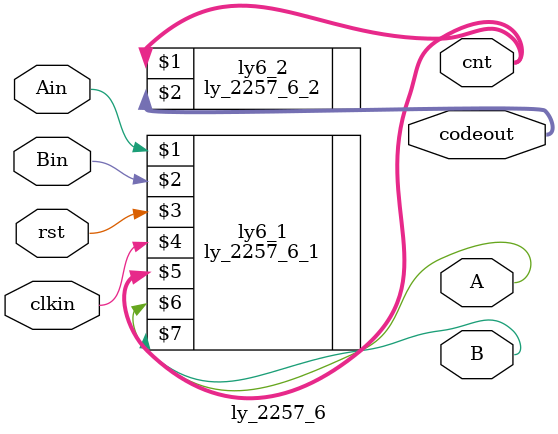
<source format=v>
module ly_2257_6(Ain,Bin,clkin,rst,cnt,codeout,A,B);

input Ain;
input Bin;
input clkin;
input rst;
output A;
output B;
output [3:0]cnt;
output [6:0]codeout; 
	ly_2257_6_1 ly6_1(Ain,Bin,rst,clkin,cnt,A,B);
	ly_2257_6_2 ly6_2(cnt,codeout);
endmodule
</source>
